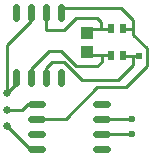
<source format=gtl>
G04 Layer: TopLayer*
G04 EasyEDA v6.4.5, 2020-09-20T16:18:12--7:00*
G04 bc100e7cdeee4e5aa78747fa08b5d3d3,abbdd1fb948b472fab9dcc4573dbb586,10*
G04 Gerber Generator version 0.2*
G04 Scale: 100 percent, Rotated: No, Reflected: No *
G04 Dimensions in millimeters *
G04 leading zeros omitted , absolute positions ,3 integer and 3 decimal *
%FSLAX33Y33*%
%MOMM*%
G90*
G71D02*

%ADD10C,0.254000*%
%ADD11C,0.599999*%
%ADD12C,0.609600*%
%ADD13R,1.099998X0.999998*%
%ADD15C,0.650011*%

%LPD*%
G54D10*
G01X10659Y11303D02*
G01X11549Y11303D01*
G01X8790Y11303D02*
G01X8790Y11910D01*
G01X8509Y12192D01*
G01X6731Y12192D01*
G01X5715Y11176D01*
G01X4191Y11176D01*
G01X4191Y12646D01*
G01X7620Y10960D02*
G01X7962Y11303D01*
G01X9659Y11303D01*
G01X11430Y3683D02*
G01X8835Y3683D01*
G01X3356Y1143D02*
G01X2794Y1143D01*
G01X889Y3048D01*
G01X12065Y9017D02*
G01X10659Y9017D01*
G01X3356Y3683D02*
G01X5842Y3683D01*
G01X8509Y6350D01*
G01X10922Y6350D01*
G01X12700Y8128D01*
G01X12700Y9652D01*
G01X11557Y10795D01*
G01X11549Y11303D01*
G01X11430Y2413D02*
G01X8835Y2413D01*
G01X889Y5842D02*
G01X1651Y6604D01*
G01X1651Y7166D01*
G01X2921Y12645D02*
G01X2921Y11938D01*
G01X889Y9906D01*
G01X889Y5842D01*
G01X889Y4445D02*
G01X2159Y4445D01*
G01X2667Y4953D01*
G01X3356Y4953D01*
G01X5461Y12646D02*
G01X5461Y13081D01*
G01X10541Y13081D01*
G01X11557Y12065D01*
G01X11557Y11303D01*
G01X2921Y7218D02*
G01X2921Y7927D01*
G01X4445Y9451D01*
G01X5407Y9451D01*
G01X6731Y8128D01*
G01X8509Y8128D01*
G01X8864Y8483D01*
G01X8864Y9070D01*
G01X7620Y9413D02*
G01X7962Y9070D01*
G01X9659Y9070D01*
G01X4191Y7165D02*
G01X4191Y8001D01*
G01X4699Y8509D01*
G01X5715Y8509D01*
G01X7239Y6985D01*
G01X10287Y6985D01*
G01X11557Y8255D01*
G01X11557Y9017D01*
G01X11803Y9017D01*
G54D11*
G01X2896Y4953D02*
G01X3816Y4953D01*
G01X8375Y2413D02*
G01X9295Y2413D01*
G01X8375Y1143D02*
G01X9295Y1143D01*
G01X8375Y3683D02*
G01X9295Y3683D01*
G01X8375Y4953D02*
G01X9295Y4953D01*
G01X2896Y1143D02*
G01X3816Y1143D01*
G01X2896Y3683D02*
G01X3816Y3683D01*
G01X2921Y13105D02*
G01X2921Y12185D01*
G01X1651Y7626D02*
G01X1651Y6706D01*
G01X2921Y7626D02*
G01X2921Y6706D01*
G01X4191Y7626D02*
G01X4191Y6706D01*
G01X4191Y13105D02*
G01X4191Y12185D01*
G01X5461Y13105D02*
G01X5461Y12185D01*
G54D13*
G01X7620Y10960D03*
G01X7620Y9360D03*
G36*
G01X10409Y11702D02*
G01X10909Y11702D01*
G01X10909Y10902D01*
G01X10409Y10902D01*
G01X10409Y11702D01*
G37*
G36*
G01X9409Y11702D02*
G01X9909Y11702D01*
G01X9909Y10902D01*
G01X9409Y10902D01*
G01X9409Y11702D01*
G37*
G36*
G01X10409Y9416D02*
G01X10909Y9416D01*
G01X10909Y8616D01*
G01X10409Y8616D01*
G01X10409Y9416D01*
G37*
G36*
G01X9409Y9416D02*
G01X9909Y9416D01*
G01X9909Y8616D01*
G01X9409Y8616D01*
G01X9409Y9416D01*
G37*
G54D15*
G01X889Y4445D03*
G01X889Y5842D03*
G54D11*
G01X11430Y2413D03*
G54D15*
G01X889Y3048D03*
G54D11*
G01X11430Y3683D03*
G54D12*
G01X12065Y9017D03*
G54D11*
G01X2896Y2413D02*
G01X3816Y2413D01*
G01X5461Y7626D02*
G01X5461Y6706D01*
G01X1651Y13105D02*
G01X1651Y12185D01*
M00*
M02*

</source>
